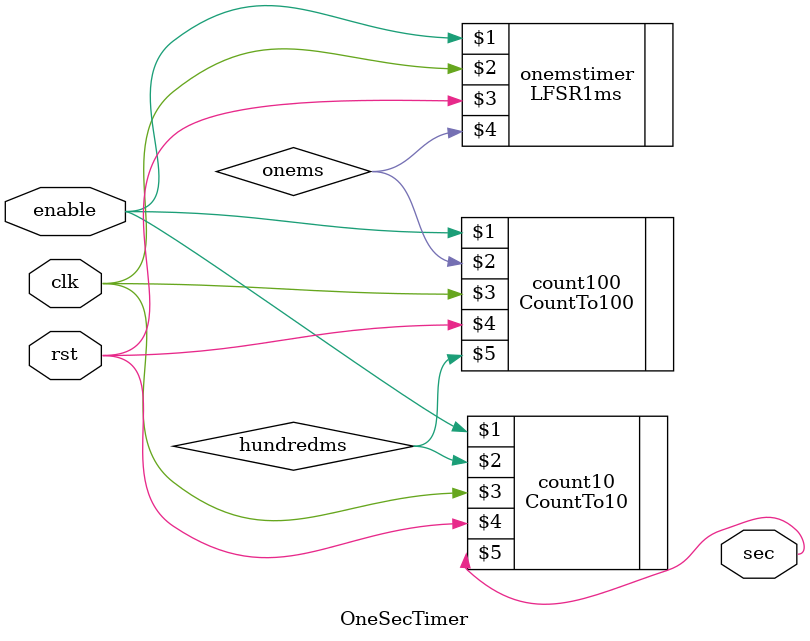
<source format=v>
module OneSecTimer(enable,rst,clk,sec);
	input enable,rst,clk;
	output sec;
	
	wire onems;
	LFSR1ms onemstimer(enable,clk,rst,onems);

	wire hundredms;
	CountTo100 count100(enable,onems,clk,rst,hundredms);
	
	CountTo10 count10(enable,hundredms,clk,rst,sec);
	
endmodule

</source>
